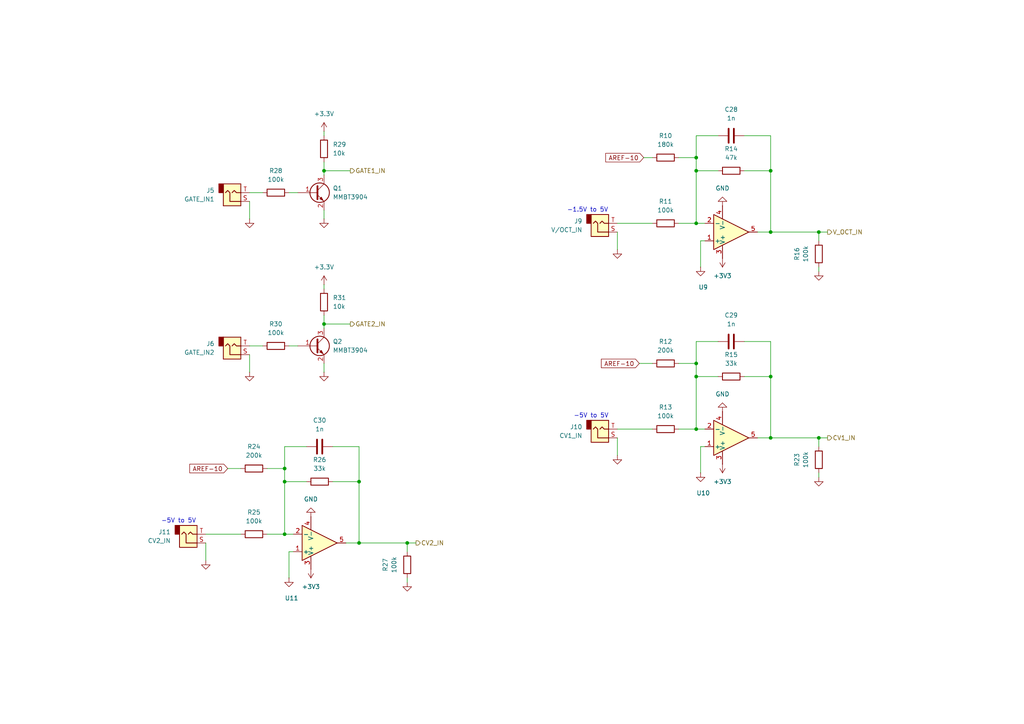
<source format=kicad_sch>
(kicad_sch (version 20231120) (generator "eeschema") (generator_version "8.0")
  (paper "A4")
  (lib_symbols
    (symbol "Connector_Audio:AudioJack2"
      (property "Reference" "J" (at 0 8.89 0))
      (property "Value" "AudioJack2" (at 0 6.35 0))
      (symbol "AudioJack2_0_1"
        (rectangle (start -3.81 0) (end -2.54 -2.54) (stroke (width 0.254)) (fill (type outline)))
        (rectangle (start -2.54 3.81) (end 2.54 -2.54) (stroke (width 0.254)) (fill (type background)))
        (polyline (pts (xy 0 0) (xy 0.635 -0.635) (xy 1.27 0) (xy 2.54 0)) (stroke (width 0.254)))
        (polyline (pts (xy 2.54 2.54) (xy -0.635 2.54) (xy -0.635 0) (xy -1.27 -0.635) (xy -1.905 0)) (stroke (width 0.254)))
      )
      (symbol "AudioJack2_1_1"
        (pin passive line (at 5.08 2.54 180) (length 2.54) (name "~") (number "S"))
        (pin passive line (at 5.08 0 180) (length 2.54) (name "~") (number "T"))
      )
    )
    (symbol "Device:C" (pin_numbers hide) (pin_names (offset 0.254))
      (property "Reference" "C" (at 0.635 2.54 0))
      (property "Value" "C" (at 0.635 -2.54 0))
      (symbol "C_0_1"
        (polyline (pts (xy -2.032 -0.762) (xy 2.032 -0.762)) (stroke (width 0.508)))
        (polyline (pts (xy -2.032 0.762) (xy 2.032 0.762)) (stroke (width 0.508)))
      )
      (symbol "C_1_1"
        (pin passive line (at 0 3.81 270) (length 2.794) (name "~") (number "1"))
        (pin passive line (at 0 -3.81 90) (length 2.794) (name "~") (number "2"))
      )
    )
    (symbol "Device:R" (pin_numbers hide) (pin_names (offset 0))
      (property "Reference" "R" (at 2.032 0 90))
      (property "Value" "R" (at 0 0 90))
      (symbol "R_0_1"
        (rectangle (start -1.016 -2.54) (end 1.016 2.54) (stroke (width 0.254)))
      )
      (symbol "R_1_1"
        (pin passive line (at 0 3.81 270) (length 1.27) (name "~") (number "1"))
        (pin passive line (at 0 -3.81 90) (length 1.27) (name "~") (number "2"))
      )
    )
    (symbol "Simulation_SPICE:OPAMP" (pin_names (offset 0.254))
      (property "Reference" "U" (at 3.81 3.175 0))
      (property "Value" "${SIM.PARAMS}" (at 3.81 -3.175 0))
      (symbol "OPAMP_0_1"
        (polyline (pts (xy 5.08 0) (xy -5.08 5.08) (xy -5.08 -5.08) (xy 5.08 0)) (stroke (width 0.254)) (fill (type background)))
      )
      (symbol "OPAMP_1_1"
        (pin input line (at -7.62 2.54 0) (length 2.54) (name "+") (number "1"))
        (pin input line (at -7.62 -2.54 0) (length 2.54) (name "-") (number "2"))
        (pin power_in line (at -2.54 7.62 270) (length 3.81) (name "V+") (number "3"))
        (pin power_in line (at -2.54 -7.62 90) (length 3.81) (name "V-") (number "4"))
        (pin output line (at 7.62 0 180) (length 2.54) (name "~") (number "5"))
      )
    )
    (symbol "Transistor_BJT:MMBT3904" (pin_names (offset 0) hide)
      (property "Reference" "Q" (at 5.08 1.905 0))
      (property "Value" "MMBT3904" (at 5.08 0 0))
      (symbol "MMBT3904_0_1"
        (polyline (pts (xy 0.635 0.635) (xy 2.54 2.54)))
        (polyline (pts (xy 0.635 -0.635) (xy 2.54 -2.54) (xy 2.54 -2.54)))
        (polyline (pts (xy 0.635 1.905) (xy 0.635 -1.905) (xy 0.635 -1.905)) (stroke (width 0.508)))
        (polyline (pts (xy 1.27 -1.778) (xy 1.778 -1.27) (xy 2.286 -2.286) (xy 1.27 -1.778) (xy 1.27 -1.778)) (fill (type outline)))
        (circle (center 1.27 0) (radius 2.8194) (stroke (width 0.254)))
      )
      (symbol "MMBT3904_1_1"
        (pin input line (at -5.08 0 0) (length 5.715) (name "B") (number "1"))
        (pin passive line (at 2.54 -5.08 90) (length 2.54) (name "E") (number "2"))
        (pin passive line (at 2.54 5.08 270) (length 2.54) (name "C") (number "3"))
      )
    )
    (symbol "power:+3.3V" (power) (pin_numbers hide) (pin_names (offset 0) hide)
      (property "Value" "+3.3V" (at 0 3.556 0))
      (symbol "+3.3V_0_1"
        (polyline (pts (xy -0.762 1.27) (xy 0 2.54)))
        (polyline (pts (xy 0 0) (xy 0 2.54)))
        (polyline (pts (xy 0 2.54) (xy 0.762 1.27)))
      )
      (symbol "+3.3V_1_1"
        (pin power_in line (at 0 0 90) (length 0) (name "~") (number "1"))
      )
    )
    (symbol "power:+3V3" (power) (pin_numbers hide) (pin_names (offset 0) hide)
      (property "Value" "+3V3" (at 0 3.556 0))
      (symbol "+3V3_0_1"
        (polyline (pts (xy -0.762 1.27) (xy 0 2.54)))
        (polyline (pts (xy 0 0) (xy 0 2.54)))
        (polyline (pts (xy 0 2.54) (xy 0.762 1.27)))
      )
      (symbol "+3V3_1_1"
        (pin power_in line (at 0 0 90) (length 0) (name "~") (number "1"))
      )
    )
    (symbol "power:GND" (power) (pin_numbers hide) (pin_names (offset 0) hide)
      (property "Value" "GND" (at 0 -3.81 0))
      (symbol "GND_0_1"
        (polyline (pts (xy 0 0) (xy 0 -1.27) (xy 1.27 -1.27) (xy 0 -2.54) (xy -1.27 -1.27) (xy 0 -1.27)))
      )
      (symbol "GND_1_1"
        (pin power_in line (at 0 0 270) (length 0) (name "~") (number "1"))
      )
    )
  )
  (junction (at 223.52 67.31))
  (junction (at 223.52 109.22))
  (junction (at 223.52 49.53))
  (junction (at 104.14 157.48))
  (junction (at 237.49 67.31))
  (junction (at 82.55 154.94))
  (junction (at 104.14 139.7))
  (junction (at 201.93 124.46))
  (junction (at 201.93 45.72))
  (junction (at 118.11 157.48))
  (junction (at 201.93 49.53))
  (junction (at 201.93 105.41))
  (junction (at 93.98 93.98))
  (junction (at 201.93 64.77))
  (junction (at 237.49 127))
  (junction (at 82.55 135.89))
  (junction (at 93.98 49.53))
  (junction (at 201.93 109.22))
  (junction (at 223.52 127))
  (junction (at 82.55 139.7))
  (wire (pts (xy 82.55 154.94) (xy 82.55 139.7)))
  (wire (pts (xy 179.07 64.77) (xy 189.23 64.77)))
  (wire (pts (xy 223.52 109.22) (xy 223.52 127)))
  (wire (pts (xy 237.49 67.31) (xy 240.03 67.31)))
  (wire (pts (xy 72.39 55.88) (xy 76.2 55.88)))
  (wire (pts (xy 93.98 91.44) (xy 93.98 93.98)))
  (wire (pts (xy 201.93 64.77) (xy 201.93 49.53)))
  (wire (pts (xy 215.9 39.37) (xy 223.52 39.37)))
  (wire (pts (xy 93.98 46.99) (xy 93.98 49.53)))
  (wire (pts (xy 223.52 49.53) (xy 223.52 67.31)))
  (wire (pts (xy 208.28 39.37) (xy 201.93 39.37)))
  (wire (pts (xy 104.14 129.54) (xy 104.14 139.7)))
  (wire (pts (xy 201.93 124.46) (xy 201.93 109.22)))
  (wire (pts (xy 179.07 124.46) (xy 189.23 124.46)))
  (wire (pts (xy 196.85 124.46) (xy 201.93 124.46)))
  (wire (pts (xy 93.98 38.1) (xy 93.98 39.37)))
  (wire (pts (xy 203.2 77.47) (xy 203.2 69.85)))
  (wire (pts (xy 77.47 135.89) (xy 82.55 135.89)))
  (wire (pts (xy 201.93 109.22) (xy 208.28 109.22)))
  (wire (pts (xy 66.04 135.89) (xy 69.85 135.89)))
  (wire (pts (xy 196.85 64.77) (xy 201.93 64.77)))
  (wire (pts (xy 82.55 129.54) (xy 82.55 135.89)))
  (wire (pts (xy 215.9 109.22) (xy 223.52 109.22)))
  (wire (pts (xy 186.69 45.72) (xy 189.23 45.72)))
  (wire (pts (xy 118.11 157.48) (xy 120.65 157.48)))
  (wire (pts (xy 179.07 127) (xy 179.07 132.08)))
  (wire (pts (xy 88.9 129.54) (xy 82.55 129.54)))
  (wire (pts (xy 201.93 105.41) (xy 201.93 109.22)))
  (wire (pts (xy 59.69 157.48) (xy 59.69 162.56)))
  (wire (pts (xy 72.39 100.33) (xy 76.2 100.33)))
  (wire (pts (xy 96.52 129.54) (xy 104.14 129.54)))
  (wire (pts (xy 104.14 157.48) (xy 100.33 157.48)))
  (wire (pts (xy 83.82 100.33) (xy 86.36 100.33)))
  (wire (pts (xy 93.98 60.96) (xy 93.98 63.5)))
  (wire (pts (xy 223.52 99.06) (xy 223.52 109.22)))
  (wire (pts (xy 201.93 99.06) (xy 201.93 105.41)))
  (wire (pts (xy 237.49 78.74) (xy 237.49 77.47)))
  (wire (pts (xy 223.52 127) (xy 219.71 127)))
  (wire (pts (xy 77.47 154.94) (xy 82.55 154.94)))
  (wire (pts (xy 82.55 135.89) (xy 82.55 139.7)))
  (wire (pts (xy 203.2 129.54) (xy 204.47 129.54)))
  (wire (pts (xy 237.49 127) (xy 240.03 127)))
  (wire (pts (xy 223.52 39.37) (xy 223.52 49.53)))
  (wire (pts (xy 196.85 45.72) (xy 201.93 45.72)))
  (wire (pts (xy 104.14 139.7) (xy 104.14 157.48)))
  (wire (pts (xy 237.49 127) (xy 237.49 129.54)))
  (wire (pts (xy 82.55 139.7) (xy 88.9 139.7)))
  (wire (pts (xy 83.82 55.88) (xy 86.36 55.88)))
  (wire (pts (xy 215.9 99.06) (xy 223.52 99.06)))
  (wire (pts (xy 93.98 105.41) (xy 93.98 107.95)))
  (wire (pts (xy 83.82 160.02) (xy 85.09 160.02)))
  (wire (pts (xy 215.9 49.53) (xy 223.52 49.53)))
  (wire (pts (xy 223.52 67.31) (xy 219.71 67.31)))
  (wire (pts (xy 201.93 124.46) (xy 204.47 124.46)))
  (wire (pts (xy 93.98 49.53) (xy 101.6 49.53)))
  (wire (pts (xy 118.11 157.48) (xy 118.11 160.02)))
  (wire (pts (xy 118.11 168.91) (xy 118.11 167.64)))
  (wire (pts (xy 196.85 105.41) (xy 201.93 105.41)))
  (wire (pts (xy 93.98 82.55) (xy 93.98 83.82)))
  (wire (pts (xy 93.98 93.98) (xy 93.98 95.25)))
  (wire (pts (xy 237.49 67.31) (xy 237.49 69.85)))
  (wire (pts (xy 223.52 127) (xy 237.49 127)))
  (wire (pts (xy 201.93 49.53) (xy 208.28 49.53)))
  (wire (pts (xy 72.39 102.87) (xy 72.39 107.95)))
  (wire (pts (xy 96.52 139.7) (xy 104.14 139.7)))
  (wire (pts (xy 104.14 157.48) (xy 118.11 157.48)))
  (wire (pts (xy 201.93 45.72) (xy 201.93 49.53)))
  (wire (pts (xy 208.28 99.06) (xy 201.93 99.06)))
  (wire (pts (xy 82.55 154.94) (xy 85.09 154.94)))
  (wire (pts (xy 185.42 105.41) (xy 189.23 105.41)))
  (wire (pts (xy 201.93 64.77) (xy 204.47 64.77)))
  (wire (pts (xy 83.82 167.64) (xy 83.82 160.02)))
  (wire (pts (xy 203.2 137.16) (xy 203.2 129.54)))
  (wire (pts (xy 223.52 67.31) (xy 237.49 67.31)))
  (wire (pts (xy 237.49 138.43) (xy 237.49 137.16)))
  (wire (pts (xy 203.2 69.85) (xy 204.47 69.85)))
  (wire (pts (xy 72.39 58.42) (xy 72.39 63.5)))
  (wire (pts (xy 179.07 67.31) (xy 179.07 72.39)))
  (wire (pts (xy 59.69 154.94) (xy 69.85 154.94)))
  (wire (pts (xy 201.93 39.37) (xy 201.93 45.72)))
  (wire (pts (xy 93.98 49.53) (xy 93.98 50.8)))
  (wire (pts (xy 93.98 93.98) (xy 101.6 93.98)))
  (text "-5V to 5V" (at 171.45 120.65 0) (effects (font (size 1.27 1.27))))
  (text "-1.5V to 5V" (at 170.434 60.96 0) (effects (font (size 1.27 1.27))))
  (text "-5V to 5V" (at 51.816 151.13 0) (effects (font (size 1.27 1.27))))
  (global_label "AREF-10" (shape input) (at 185.42 105.41 180) (property "Intersheetrefs" "${INTERSHEET_REFS}" (effects (hide yes))))
  (global_label "AREF-10" (shape input) (at 66.04 135.89 180) (property "Intersheetrefs" "${INTERSHEET_REFS}" (effects (hide yes))))
  (global_label "AREF-10" (shape input) (at 186.69 45.72 180) (property "Intersheetrefs" "${INTERSHEET_REFS}" (effects (hide yes))))
  (hierarchical_label "GATE2_IN" (shape output) (at 101.6 93.98 0))
  (hierarchical_label "V_OCT_IN" (shape output) (at 240.03 67.31 0))
  (hierarchical_label "CV1_IN" (shape output) (at 240.03 127 0))
  (hierarchical_label "CV2_IN" (shape output) (at 120.65 157.48 0))
  (hierarchical_label "GATE1_IN" (shape output) (at 101.6 49.53 0))
  (symbol (lib_id "Transistor_BJT:MMBT3904") (at 91.44 100.33 0) (unit 1)
    (property "Reference" "Q2" (at 96.52 99.0599 0) (effects (justify left)))
    (property "Value" "MMBT3904" (at 96.52 101.5999 0) (effects (justify left)))
    (property "Footprint" "Package_TO_SOT_SMD:SOT-23" (effects (hide yes)))
    (property "Datasheet" "https://www.onsemi.com/pdf/datasheet/pzt3904-d.pdf" (effects (hide yes)))
    (property "Description" "0.2A Ic, 40V Vce, Small Signal NPN Transistor, SOT-23" (effects (hide yes)))
  )
  (symbol (lib_id "Simulation_SPICE:OPAMP") (at 212.09 127 0) (mirror x) (unit 1)
    (property "Reference" "U10" (at 203.962 143.002 0))
    (property "Value" "${SIM.PARAMS}" (at 219.71 130.1435 0))
    (property "Datasheet" "https://ngspice.sourceforge.io/docs/ngspice-html-manual/manual.xhtml#sec__SUBCKT_Subcircuits" (effects (hide yes)))
    (property "Description" "Operational amplifier, single, node sequence=1:+ 2:- 3:OUT 4:V+ 5:V-" (effects (hide yes)))
    (property "Sim.Pins" "1=in+ 2=in- 3=vcc 4=vee 5=out" (effects (hide yes)))
    (property "Sim.Device" "SUBCKT" (effects (hide yes)))
    (property "Sim.Library" "${KICAD7_SYMBOL_DIR}/Simulation_SPICE.sp" (effects (hide yes)))
    (property "Sim.Name" "kicad_builtin_opamp" (effects (hide yes)))
  )
  (symbol (lib_id "Simulation_SPICE:OPAMP") (at 92.71 157.48 0) (mirror x) (unit 1)
    (property "Reference" "U11" (at 84.582 173.482 0))
    (property "Value" "${SIM.PARAMS}" (at 100.33 160.6235 0))
    (property "Datasheet" "https://ngspice.sourceforge.io/docs/ngspice-html-manual/manual.xhtml#sec__SUBCKT_Subcircuits" (effects (hide yes)))
    (property "Description" "Operational amplifier, single, node sequence=1:+ 2:- 3:OUT 4:V+ 5:V-" (effects (hide yes)))
    (property "Sim.Pins" "1=in+ 2=in- 3=vcc 4=vee 5=out" (effects (hide yes)))
    (property "Sim.Device" "SUBCKT" (effects (hide yes)))
    (property "Sim.Library" "${KICAD7_SYMBOL_DIR}/Simulation_SPICE.sp" (effects (hide yes)))
    (property "Sim.Name" "kicad_builtin_opamp" (effects (hide yes)))
  )
  (symbol (lib_id "power:GND") (at 179.07 132.08 0) (mirror y) (unit 1)
    (property "Reference" "#PWR046" (effects (hide yes)))
    (property "Value" "GND" (effects (hide yes)))
    (property "Description" "Power symbol creates a global label with name \"GND\" , ground" (effects (hide yes)))
  )
  (symbol (lib_id "power:GND") (at 93.98 107.95 0) (mirror y) (unit 1)
    (property "Reference" "#PWR069" (effects (hide yes)))
    (property "Value" "GND" (effects (hide yes)))
    (property "Description" "Power symbol creates a global label with name \"GND\" , ground" (effects (hide yes)))
  )
  (symbol (lib_id "Device:R") (at 212.09 49.53 90) (unit 1)
    (property "Reference" "R14" (at 212.09 43.18 90))
    (property "Value" "47k" (at 212.09 45.72 90))
    (property "Description" "Resistor" (effects (hide yes)))
  )
  (symbol (lib_id "Device:R") (at 118.11 163.83 0) (mirror y) (unit 1)
    (property "Reference" "R27" (at 111.76 163.83 90))
    (property "Value" "100k" (at 114.3 163.83 90))
    (property "Description" "Resistor" (effects (hide yes)))
  )
  (symbol (lib_id "Connector_Audio:AudioJack2") (at 173.99 124.46 0) (mirror x) (unit 1)
    (property "Reference" "J10" (at 168.91 123.8249 0) (effects (justify right)))
    (property "Value" "CV1_IN" (at 168.91 126.3649 0) (effects (justify right)))
    (property "Description" "Audio Jack, 2 Poles (Mono / TS)" (effects (hide yes)))
  )
  (symbol (lib_id "Device:R") (at 80.01 55.88 90) (unit 1)
    (property "Reference" "R28" (at 80.01 49.53 90))
    (property "Value" "100k" (at 80.01 52.07 90))
    (property "Description" "Resistor" (effects (hide yes)))
  )
  (symbol (lib_id "power:+3.3V") (at 93.98 82.55 0) (unit 1)
    (property "Reference" "#PWR068" (effects (hide yes)))
    (property "Value" "+3.3V" (at 93.98 77.47 0))
    (property "Description" "Power symbol creates a global label with name \"+3.3V\"" (effects (hide yes)))
  )
  (symbol (lib_id "power:GND") (at 72.39 63.5 0) (mirror y) (unit 1)
    (property "Reference" "#PWR062" (effects (hide yes)))
    (property "Value" "GND" (effects (hide yes)))
    (property "Description" "Power symbol creates a global label with name \"GND\" , ground" (effects (hide yes)))
  )
  (symbol (lib_id "Device:R") (at 93.98 43.18 180) (unit 1)
    (property "Reference" "R29" (at 96.52 41.9099 0) (effects (justify right)))
    (property "Value" "10k" (at 96.52 44.4499 0) (effects (justify right)))
    (property "Description" "Resistor" (effects (hide yes)))
  )
  (symbol (lib_id "Device:R") (at 237.49 73.66 0) (mirror y) (unit 1)
    (property "Reference" "R16" (at 231.14 73.66 90))
    (property "Value" "100k" (at 233.68 73.66 90))
    (property "Description" "Resistor" (effects (hide yes)))
  )
  (symbol (lib_id "Device:R") (at 193.04 105.41 90) (unit 1)
    (property "Reference" "R12" (at 193.04 99.06 90))
    (property "Value" "200k" (at 193.04 101.6 90))
    (property "Description" "Resistor" (effects (hide yes)))
  )
  (symbol (lib_id "Device:C") (at 212.09 99.06 90) (unit 1)
    (property "Reference" "C29" (at 212.09 91.44 90))
    (property "Value" "1n" (at 212.09 93.98 90))
    (property "Description" "Unpolarized capacitor" (effects (hide yes)))
  )
  (symbol (lib_id "power:+3.3V") (at 93.98 38.1 0) (unit 1)
    (property "Reference" "#PWR051" (effects (hide yes)))
    (property "Value" "+3.3V" (at 93.98 33.02 0))
    (property "Description" "Power symbol creates a global label with name \"+3.3V\"" (effects (hide yes)))
  )
  (symbol (lib_id "Device:R") (at 193.04 64.77 90) (unit 1)
    (property "Reference" "R11" (at 193.04 58.42 90))
    (property "Value" "100k" (at 193.04 60.96 90))
    (property "Description" "Resistor" (effects (hide yes)))
  )
  (symbol (lib_id "power:GND") (at 203.2 77.47 0) (mirror y) (unit 1)
    (property "Reference" "#PWR053" (effects (hide yes)))
    (property "Value" "GND" (effects (hide yes)))
    (property "Description" "Power symbol creates a global label with name \"GND\" , ground" (effects (hide yes)))
  )
  (symbol (lib_id "power:GND") (at 93.98 63.5 0) (mirror y) (unit 1)
    (property "Reference" "#PWR052" (effects (hide yes)))
    (property "Value" "GND" (effects (hide yes)))
    (property "Description" "Power symbol creates a global label with name \"GND\" , ground" (effects (hide yes)))
  )
  (symbol (lib_id "Device:R") (at 92.71 139.7 90) (unit 1)
    (property "Reference" "R26" (at 92.71 133.35 90))
    (property "Value" "33k" (at 92.71 135.89 90))
    (property "Description" "Resistor" (effects (hide yes)))
  )
  (symbol (lib_id "power:GND") (at 237.49 138.43 0) (mirror y) (unit 1)
    (property "Reference" "#PWR060" (effects (hide yes)))
    (property "Value" "GND" (effects (hide yes)))
    (property "Description" "Power symbol creates a global label with name \"GND\" , ground" (effects (hide yes)))
  )
  (symbol (lib_id "Device:R") (at 193.04 124.46 90) (unit 1)
    (property "Reference" "R13" (at 193.04 118.11 90))
    (property "Value" "100k" (at 193.04 120.65 90))
    (property "Description" "Resistor" (effects (hide yes)))
  )
  (symbol (lib_id "power:GND") (at 83.82 167.64 0) (mirror y) (unit 1)
    (property "Reference" "#PWR063" (effects (hide yes)))
    (property "Value" "GND" (effects (hide yes)))
    (property "Description" "Power symbol creates a global label with name \"GND\" , ground" (effects (hide yes)))
  )
  (symbol (lib_id "Connector_Audio:AudioJack2") (at 173.99 64.77 0) (mirror x) (unit 1)
    (property "Reference" "J9" (at 168.91 64.1349 0) (effects (justify right)))
    (property "Value" "V/OCT_IN" (at 168.91 66.6749 0) (effects (justify right)))
    (property "Description" "Audio Jack, 2 Poles (Mono / TS)" (effects (hide yes)))
  )
  (symbol (lib_id "power:GND") (at 72.39 107.95 0) (mirror y) (unit 1)
    (property "Reference" "#PWR067" (effects (hide yes)))
    (property "Value" "GND" (effects (hide yes)))
    (property "Description" "Power symbol creates a global label with name \"GND\" , ground" (effects (hide yes)))
  )
  (symbol (lib_id "power:GND") (at 59.69 162.56 0) (mirror y) (unit 1)
    (property "Reference" "#PWR061" (effects (hide yes)))
    (property "Value" "GND" (effects (hide yes)))
    (property "Description" "Power symbol creates a global label with name \"GND\" , ground" (effects (hide yes)))
  )
  (symbol (lib_id "Device:R") (at 93.98 87.63 180) (unit 1)
    (property "Reference" "R31" (at 96.52 86.3599 0) (effects (justify right)))
    (property "Value" "10k" (at 96.52 88.8999 0) (effects (justify right)))
    (property "Description" "Resistor" (effects (hide yes)))
  )
  (symbol (lib_id "Device:R") (at 80.01 100.33 90) (unit 1)
    (property "Reference" "R30" (at 80.01 93.98 90))
    (property "Value" "100k" (at 80.01 96.52 90))
    (property "Description" "Resistor" (effects (hide yes)))
  )
  (symbol (lib_id "Connector_Audio:AudioJack2") (at 67.31 55.88 0) (mirror x) (unit 1)
    (property "Reference" "J5" (at 62.23 55.2449 0) (effects (justify right)))
    (property "Value" "GATE_IN1" (at 62.23 57.7849 0) (effects (justify right)))
    (property "Description" "Audio Jack, 2 Poles (Mono / TS)" (effects (hide yes)))
  )
  (symbol (lib_id "Device:R") (at 73.66 135.89 90) (unit 1)
    (property "Reference" "R24" (at 73.66 129.54 90))
    (property "Value" "200k" (at 73.66 132.08 90))
    (property "Description" "Resistor" (effects (hide yes)))
  )
  (symbol (lib_id "power:GND") (at 209.55 59.69 180) (unit 1)
    (property "Reference" "#PWR055" (effects (hide yes)))
    (property "Value" "GND" (at 209.55 54.61 0))
    (property "Description" "Power symbol creates a global label with name \"GND\" , ground" (effects (hide yes)))
  )
  (symbol (lib_id "Connector_Audio:AudioJack2") (at 54.61 154.94 0) (mirror x) (unit 1)
    (property "Reference" "J11" (at 49.53 154.3049 0) (effects (justify right)))
    (property "Value" "CV2_IN" (at 49.53 156.8449 0) (effects (justify right)))
    (property "Description" "Audio Jack, 2 Poles (Mono / TS)" (effects (hide yes)))
  )
  (symbol (lib_id "power:GND") (at 209.55 119.38 180) (unit 1)
    (property "Reference" "#PWR057" (effects (hide yes)))
    (property "Value" "GND" (at 209.55 114.3 0))
    (property "Description" "Power symbol creates a global label with name \"GND\" , ground" (effects (hide yes)))
  )
  (symbol (lib_id "Simulation_SPICE:OPAMP") (at 212.09 67.31 0) (mirror x) (unit 1)
    (property "Reference" "U9" (at 203.962 83.312 0))
    (property "Value" "${SIM.PARAMS}" (at 219.71 70.4535 0))
    (property "Datasheet" "https://ngspice.sourceforge.io/docs/ngspice-html-manual/manual.xhtml#sec__SUBCKT_Subcircuits" (effects (hide yes)))
    (property "Description" "Operational amplifier, single, node sequence=1:+ 2:- 3:OUT 4:V+ 5:V-" (effects (hide yes)))
    (property "Sim.Pins" "1=in+ 2=in- 3=vcc 4=vee 5=out" (effects (hide yes)))
    (property "Sim.Device" "SUBCKT" (effects (hide yes)))
    (property "Sim.Library" "${KICAD7_SYMBOL_DIR}/Simulation_SPICE.sp" (effects (hide yes)))
    (property "Sim.Name" "kicad_builtin_opamp" (effects (hide yes)))
  )
  (symbol (lib_id "Connector_Audio:AudioJack2") (at 67.31 100.33 0) (mirror x) (unit 1)
    (property "Reference" "J6" (at 62.23 99.6949 0) (effects (justify right)))
    (property "Value" "GATE_IN2" (at 62.23 102.2349 0) (effects (justify right)))
    (property "Description" "Audio Jack, 2 Poles (Mono / TS)" (effects (hide yes)))
  )
  (symbol (lib_id "Device:R") (at 212.09 109.22 90) (unit 1)
    (property "Reference" "R15" (at 212.09 102.87 90))
    (property "Value" "33k" (at 212.09 105.41 90))
    (property "Description" "Resistor" (effects (hide yes)))
  )
  (symbol (lib_id "Transistor_BJT:MMBT3904") (at 91.44 55.88 0) (unit 1)
    (property "Reference" "Q1" (at 96.52 54.6099 0) (effects (justify left)))
    (property "Value" "MMBT3904" (at 96.52 57.1499 0) (effects (justify left)))
    (property "Footprint" "Package_TO_SOT_SMD:SOT-23" (effects (hide yes)))
    (property "Datasheet" "https://www.onsemi.com/pdf/datasheet/pzt3904-d.pdf" (effects (hide yes)))
    (property "Description" "0.2A Ic, 40V Vce, Small Signal NPN Transistor, SOT-23" (effects (hide yes)))
  )
  (symbol (lib_id "power:GND") (at 179.07 72.39 0) (mirror y) (unit 1)
    (property "Reference" "#PWR045" (effects (hide yes)))
    (property "Value" "GND" (effects (hide yes)))
    (property "Description" "Power symbol creates a global label with name \"GND\" , ground" (effects (hide yes)))
  )
  (symbol (lib_id "Device:C") (at 92.71 129.54 90) (unit 1)
    (property "Reference" "C30" (at 92.71 121.92 90))
    (property "Value" "1n" (at 92.71 124.46 90))
    (property "Description" "Unpolarized capacitor" (effects (hide yes)))
  )
  (symbol (lib_id "power:+3V3") (at 90.17 165.1 180) (unit 1)
    (property "Reference" "#PWR065" (effects (hide yes)))
    (property "Value" "+3V3" (at 90.17 170.18 0))
    (property "Description" "Power symbol creates a global label with name \"+3V3\"" (effects (hide yes)))
  )
  (symbol (lib_id "Device:R") (at 193.04 45.72 90) (unit 1)
    (property "Reference" "R10" (at 193.04 39.37 90))
    (property "Value" "180k" (at 193.04 41.91 90))
    (property "Description" "Resistor" (effects (hide yes)))
  )
  (symbol (lib_id "power:+3V3") (at 209.55 74.93 180) (unit 1)
    (property "Reference" "#PWR056" (effects (hide yes)))
    (property "Value" "+3V3" (at 209.55 80.01 0))
    (property "Description" "Power symbol creates a global label with name \"+3V3\"" (effects (hide yes)))
  )
  (symbol (lib_id "Device:C") (at 212.09 39.37 90) (unit 1)
    (property "Reference" "C28" (at 212.09 31.75 90))
    (property "Value" "1n" (at 212.09 34.29 90))
    (property "Description" "Unpolarized capacitor" (effects (hide yes)))
  )
  (symbol (lib_id "power:GND") (at 90.17 149.86 180) (unit 1)
    (property "Reference" "#PWR064" (effects (hide yes)))
    (property "Value" "GND" (at 90.17 144.78 0))
    (property "Description" "Power symbol creates a global label with name \"GND\" , ground" (effects (hide yes)))
  )
  (symbol (lib_id "Device:R") (at 73.66 154.94 90) (unit 1)
    (property "Reference" "R25" (at 73.66 148.59 90))
    (property "Value" "100k" (at 73.66 151.13 90))
    (property "Description" "Resistor" (effects (hide yes)))
  )
  (symbol (lib_id "power:GND") (at 237.49 78.74 0) (mirror y) (unit 1)
    (property "Reference" "#PWR059" (effects (hide yes)))
    (property "Value" "GND" (effects (hide yes)))
    (property "Description" "Power symbol creates a global label with name \"GND\" , ground" (effects (hide yes)))
  )
  (symbol (lib_id "power:GND") (at 203.2 137.16 0) (mirror y) (unit 1)
    (property "Reference" "#PWR054" (effects (hide yes)))
    (property "Value" "GND" (effects (hide yes)))
    (property "Description" "Power symbol creates a global label with name \"GND\" , ground" (effects (hide yes)))
  )
  (symbol (lib_id "power:GND") (at 118.11 168.91 0) (mirror y) (unit 1)
    (property "Reference" "#PWR066" (effects (hide yes)))
    (property "Value" "GND" (effects (hide yes)))
    (property "Description" "Power symbol creates a global label with name \"GND\" , ground" (effects (hide yes)))
  )
  (symbol (lib_id "Device:R") (at 237.49 133.35 0) (mirror y) (unit 1)
    (property "Reference" "R23" (at 231.14 133.35 90))
    (property "Value" "100k" (at 233.68 133.35 90))
    (property "Description" "Resistor" (effects (hide yes)))
  )
  (symbol (lib_id "power:+3V3") (at 209.55 134.62 180) (unit 1)
    (property "Reference" "#PWR058" (effects (hide yes)))
    (property "Value" "+3V3" (at 209.55 139.7 0))
    (property "Description" "Power symbol creates a global label with name \"+3V3\"" (effects (hide yes)))
  )
)
</source>
